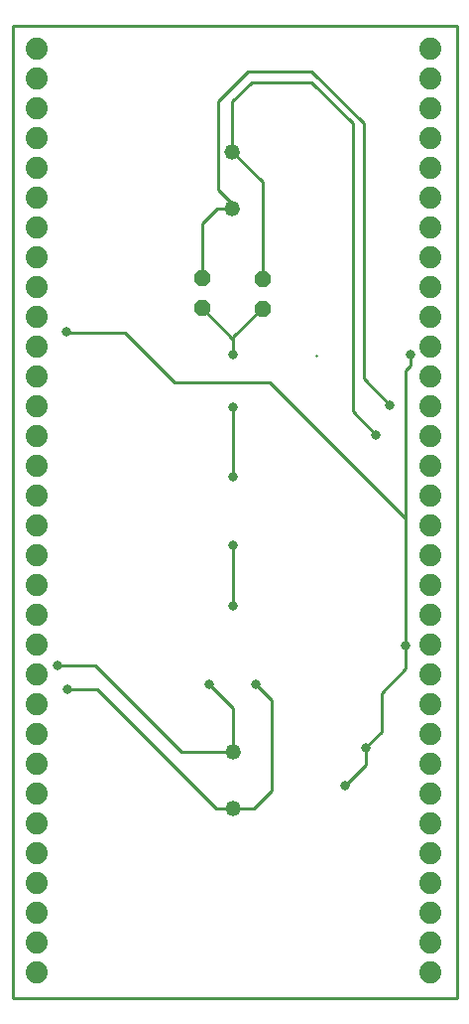
<source format=gbl>
G75*
G70*
%OFA0B0*%
%FSLAX24Y24*%
%IPPOS*%
%LPD*%
%AMOC8*
5,1,8,0,0,1.08239X$1,22.5*
%
%ADD10C,0.0098*%
%ADD11C,0.0520*%
%ADD12OC8,0.0520*%
%ADD13C,0.0742*%
%ADD14C,0.0320*%
D10*
X000156Y000156D02*
X000156Y032783D01*
X015081Y032783D01*
X015083Y032781D01*
X015083Y000156D01*
X000156Y000156D01*
X006998Y006518D02*
X002998Y010518D01*
X001998Y010518D01*
X001673Y011318D02*
X002923Y011318D01*
X005823Y008418D01*
X007573Y008418D01*
X007573Y009893D01*
X006773Y010693D01*
X007548Y013293D02*
X007548Y015368D01*
X007573Y017668D02*
X007573Y019993D01*
X007573Y021743D02*
X007573Y022268D01*
X007573Y022343D01*
X008523Y023293D01*
X008548Y024343D02*
X008548Y027543D01*
X007523Y028568D01*
X007536Y028618D02*
X007536Y030243D01*
X008186Y030893D01*
X010198Y030893D01*
X011586Y029506D01*
X011586Y019856D01*
X012373Y019068D01*
X012823Y020068D02*
X011948Y020943D01*
X011948Y029506D01*
X010211Y031243D01*
X008061Y031243D01*
X007073Y030256D01*
X007073Y027281D01*
X007536Y026818D01*
X007481Y026668D02*
X007023Y026668D01*
X006523Y026168D01*
X006523Y024343D01*
X006548Y023293D02*
X007573Y022268D01*
X008811Y020831D02*
X013359Y016271D01*
X013361Y021213D02*
X013361Y011208D01*
X012556Y010403D01*
X012556Y009091D01*
X012038Y008573D01*
X012038Y007976D01*
X011338Y007276D01*
X008848Y007118D02*
X008848Y010168D01*
X008323Y010693D01*
X008848Y007118D02*
X008248Y006518D01*
X007573Y006518D01*
X007548Y006518D02*
X006998Y006518D01*
X005598Y020831D02*
X008811Y020831D01*
X010361Y021706D02*
X010361Y021706D01*
X013361Y021213D02*
X013523Y021376D01*
X013523Y021768D01*
X005598Y020831D02*
X004098Y022331D01*
X004098Y022331D01*
X003936Y022493D01*
X001973Y022493D01*
X005598Y020831D02*
X005598Y020831D01*
D11*
X007521Y026657D03*
X007521Y028557D03*
X007574Y008413D03*
X007574Y006513D03*
D12*
X008548Y023305D03*
X008548Y024305D03*
X006533Y024312D03*
X006533Y023312D03*
D13*
X000970Y023036D03*
X000970Y024036D03*
X000970Y025036D03*
X000970Y026036D03*
X000970Y027036D03*
X000970Y028036D03*
X000970Y029036D03*
X000970Y030036D03*
X000970Y031036D03*
X000970Y032036D03*
X000970Y022036D03*
X000970Y021036D03*
X000970Y020036D03*
X000970Y019036D03*
X000970Y018036D03*
X000970Y017036D03*
X000970Y016036D03*
X000970Y015036D03*
X000970Y014036D03*
X000970Y013036D03*
X000970Y012036D03*
X000970Y011036D03*
X000970Y010036D03*
X000970Y009036D03*
X000970Y008036D03*
X000970Y007036D03*
X000970Y006036D03*
X000970Y005036D03*
X000970Y004036D03*
X000970Y003036D03*
X000970Y002036D03*
X000970Y001036D03*
X014190Y001036D03*
X014190Y002036D03*
X014190Y003036D03*
X014190Y004036D03*
X014190Y005036D03*
X014190Y006036D03*
X014190Y007036D03*
X014190Y008036D03*
X014190Y009036D03*
X014190Y010036D03*
X014190Y011036D03*
X014190Y012036D03*
X014190Y013036D03*
X014190Y014036D03*
X014190Y015036D03*
X014190Y016036D03*
X014190Y017036D03*
X014190Y018036D03*
X014190Y019036D03*
X014190Y020036D03*
X014190Y021036D03*
X014190Y022036D03*
X014190Y023036D03*
X014190Y024036D03*
X014190Y025036D03*
X014190Y026036D03*
X014190Y027036D03*
X014190Y028036D03*
X014190Y029036D03*
X014190Y030036D03*
X014190Y031036D03*
X014190Y032036D03*
D14*
X013518Y021764D03*
X012831Y020064D03*
X012381Y019064D03*
X013361Y011994D03*
X012043Y008571D03*
X011343Y007273D03*
X008323Y010693D03*
X007548Y013306D03*
X007548Y015356D03*
X007573Y017656D03*
X007573Y019993D03*
X007573Y021743D03*
X006773Y010693D03*
X002003Y010526D03*
X001676Y011306D03*
X001963Y022511D03*
M02*

</source>
